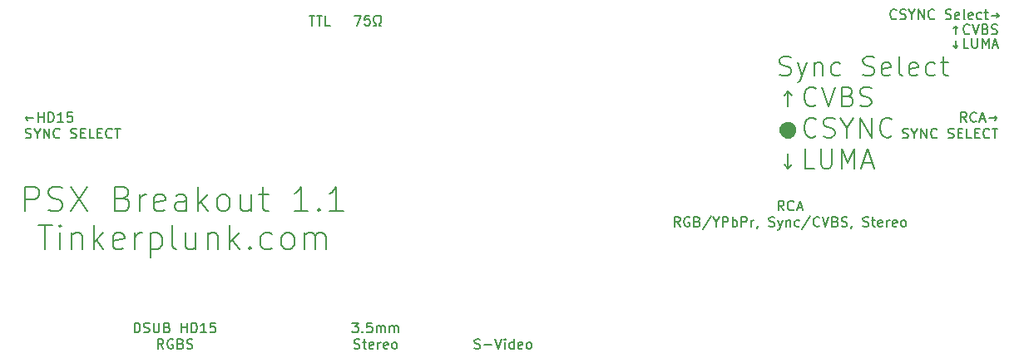
<source format=gto>
G04 #@! TF.GenerationSoftware,KiCad,Pcbnew,(5.1.0)-1*
G04 #@! TF.CreationDate,2019-06-24T23:31:03-04:00*
G04 #@! TF.ProjectId,PSX_BREAKOUT_CASE,5053585f-4252-4454-914b-4f55545f4341,rev?*
G04 #@! TF.SameCoordinates,Original*
G04 #@! TF.FileFunction,Legend,Top*
G04 #@! TF.FilePolarity,Positive*
%FSLAX46Y46*%
G04 Gerber Fmt 4.6, Leading zero omitted, Abs format (unit mm)*
G04 Created by KiCad (PCBNEW (5.1.0)-1) date 2019-06-24 23:31:03*
%MOMM*%
%LPD*%
G04 APERTURE LIST*
%ADD10C,0.150000*%
G04 APERTURE END LIST*
D10*
X167782952Y-97036380D02*
X167449619Y-96560190D01*
X167211523Y-97036380D02*
X167211523Y-96036380D01*
X167592476Y-96036380D01*
X167687714Y-96084000D01*
X167735333Y-96131619D01*
X167782952Y-96226857D01*
X167782952Y-96369714D01*
X167735333Y-96464952D01*
X167687714Y-96512571D01*
X167592476Y-96560190D01*
X167211523Y-96560190D01*
X168782952Y-96941142D02*
X168735333Y-96988761D01*
X168592476Y-97036380D01*
X168497238Y-97036380D01*
X168354380Y-96988761D01*
X168259142Y-96893523D01*
X168211523Y-96798285D01*
X168163904Y-96607809D01*
X168163904Y-96464952D01*
X168211523Y-96274476D01*
X168259142Y-96179238D01*
X168354380Y-96084000D01*
X168497238Y-96036380D01*
X168592476Y-96036380D01*
X168735333Y-96084000D01*
X168782952Y-96131619D01*
X169163904Y-96750666D02*
X169640095Y-96750666D01*
X169068666Y-97036380D02*
X169402000Y-96036380D01*
X169735333Y-97036380D01*
X157211523Y-98686380D02*
X156878190Y-98210190D01*
X156640095Y-98686380D02*
X156640095Y-97686380D01*
X157021047Y-97686380D01*
X157116285Y-97734000D01*
X157163904Y-97781619D01*
X157211523Y-97876857D01*
X157211523Y-98019714D01*
X157163904Y-98114952D01*
X157116285Y-98162571D01*
X157021047Y-98210190D01*
X156640095Y-98210190D01*
X158163904Y-97734000D02*
X158068666Y-97686380D01*
X157925809Y-97686380D01*
X157782952Y-97734000D01*
X157687714Y-97829238D01*
X157640095Y-97924476D01*
X157592476Y-98114952D01*
X157592476Y-98257809D01*
X157640095Y-98448285D01*
X157687714Y-98543523D01*
X157782952Y-98638761D01*
X157925809Y-98686380D01*
X158021047Y-98686380D01*
X158163904Y-98638761D01*
X158211523Y-98591142D01*
X158211523Y-98257809D01*
X158021047Y-98257809D01*
X158973428Y-98162571D02*
X159116285Y-98210190D01*
X159163904Y-98257809D01*
X159211523Y-98353047D01*
X159211523Y-98495904D01*
X159163904Y-98591142D01*
X159116285Y-98638761D01*
X159021047Y-98686380D01*
X158640095Y-98686380D01*
X158640095Y-97686380D01*
X158973428Y-97686380D01*
X159068666Y-97734000D01*
X159116285Y-97781619D01*
X159163904Y-97876857D01*
X159163904Y-97972095D01*
X159116285Y-98067333D01*
X159068666Y-98114952D01*
X158973428Y-98162571D01*
X158640095Y-98162571D01*
X160354380Y-97638761D02*
X159497238Y-98924476D01*
X160878190Y-98210190D02*
X160878190Y-98686380D01*
X160544857Y-97686380D02*
X160878190Y-98210190D01*
X161211523Y-97686380D01*
X161544857Y-98686380D02*
X161544857Y-97686380D01*
X161925809Y-97686380D01*
X162021047Y-97734000D01*
X162068666Y-97781619D01*
X162116285Y-97876857D01*
X162116285Y-98019714D01*
X162068666Y-98114952D01*
X162021047Y-98162571D01*
X161925809Y-98210190D01*
X161544857Y-98210190D01*
X162544857Y-98686380D02*
X162544857Y-97686380D01*
X162544857Y-98067333D02*
X162640095Y-98019714D01*
X162830571Y-98019714D01*
X162925809Y-98067333D01*
X162973428Y-98114952D01*
X163021047Y-98210190D01*
X163021047Y-98495904D01*
X162973428Y-98591142D01*
X162925809Y-98638761D01*
X162830571Y-98686380D01*
X162640095Y-98686380D01*
X162544857Y-98638761D01*
X163449619Y-98686380D02*
X163449619Y-97686380D01*
X163830571Y-97686380D01*
X163925809Y-97734000D01*
X163973428Y-97781619D01*
X164021047Y-97876857D01*
X164021047Y-98019714D01*
X163973428Y-98114952D01*
X163925809Y-98162571D01*
X163830571Y-98210190D01*
X163449619Y-98210190D01*
X164449619Y-98686380D02*
X164449619Y-98019714D01*
X164449619Y-98210190D02*
X164497238Y-98114952D01*
X164544857Y-98067333D01*
X164640095Y-98019714D01*
X164735333Y-98019714D01*
X165116285Y-98638761D02*
X165116285Y-98686380D01*
X165068666Y-98781619D01*
X165021047Y-98829238D01*
X166259142Y-98638761D02*
X166402000Y-98686380D01*
X166640095Y-98686380D01*
X166735333Y-98638761D01*
X166782952Y-98591142D01*
X166830571Y-98495904D01*
X166830571Y-98400666D01*
X166782952Y-98305428D01*
X166735333Y-98257809D01*
X166640095Y-98210190D01*
X166449619Y-98162571D01*
X166354380Y-98114952D01*
X166306761Y-98067333D01*
X166259142Y-97972095D01*
X166259142Y-97876857D01*
X166306761Y-97781619D01*
X166354380Y-97734000D01*
X166449619Y-97686380D01*
X166687714Y-97686380D01*
X166830571Y-97734000D01*
X167163904Y-98019714D02*
X167402000Y-98686380D01*
X167640095Y-98019714D02*
X167402000Y-98686380D01*
X167306761Y-98924476D01*
X167259142Y-98972095D01*
X167163904Y-99019714D01*
X168021047Y-98019714D02*
X168021047Y-98686380D01*
X168021047Y-98114952D02*
X168068666Y-98067333D01*
X168163904Y-98019714D01*
X168306761Y-98019714D01*
X168402000Y-98067333D01*
X168449619Y-98162571D01*
X168449619Y-98686380D01*
X169354380Y-98638761D02*
X169259142Y-98686380D01*
X169068666Y-98686380D01*
X168973428Y-98638761D01*
X168925809Y-98591142D01*
X168878190Y-98495904D01*
X168878190Y-98210190D01*
X168925809Y-98114952D01*
X168973428Y-98067333D01*
X169068666Y-98019714D01*
X169259142Y-98019714D01*
X169354380Y-98067333D01*
X170497238Y-97638761D02*
X169640095Y-98924476D01*
X171402000Y-98591142D02*
X171354380Y-98638761D01*
X171211523Y-98686380D01*
X171116285Y-98686380D01*
X170973428Y-98638761D01*
X170878190Y-98543523D01*
X170830571Y-98448285D01*
X170782952Y-98257809D01*
X170782952Y-98114952D01*
X170830571Y-97924476D01*
X170878190Y-97829238D01*
X170973428Y-97734000D01*
X171116285Y-97686380D01*
X171211523Y-97686380D01*
X171354380Y-97734000D01*
X171402000Y-97781619D01*
X171687714Y-97686380D02*
X172021047Y-98686380D01*
X172354380Y-97686380D01*
X173021047Y-98162571D02*
X173163904Y-98210190D01*
X173211523Y-98257809D01*
X173259142Y-98353047D01*
X173259142Y-98495904D01*
X173211523Y-98591142D01*
X173163904Y-98638761D01*
X173068666Y-98686380D01*
X172687714Y-98686380D01*
X172687714Y-97686380D01*
X173021047Y-97686380D01*
X173116285Y-97734000D01*
X173163904Y-97781619D01*
X173211523Y-97876857D01*
X173211523Y-97972095D01*
X173163904Y-98067333D01*
X173116285Y-98114952D01*
X173021047Y-98162571D01*
X172687714Y-98162571D01*
X173640095Y-98638761D02*
X173782952Y-98686380D01*
X174021047Y-98686380D01*
X174116285Y-98638761D01*
X174163904Y-98591142D01*
X174211523Y-98495904D01*
X174211523Y-98400666D01*
X174163904Y-98305428D01*
X174116285Y-98257809D01*
X174021047Y-98210190D01*
X173830571Y-98162571D01*
X173735333Y-98114952D01*
X173687714Y-98067333D01*
X173640095Y-97972095D01*
X173640095Y-97876857D01*
X173687714Y-97781619D01*
X173735333Y-97734000D01*
X173830571Y-97686380D01*
X174068666Y-97686380D01*
X174211523Y-97734000D01*
X174687714Y-98638761D02*
X174687714Y-98686380D01*
X174640095Y-98781619D01*
X174592476Y-98829238D01*
X175830571Y-98638761D02*
X175973428Y-98686380D01*
X176211523Y-98686380D01*
X176306761Y-98638761D01*
X176354380Y-98591142D01*
X176402000Y-98495904D01*
X176402000Y-98400666D01*
X176354380Y-98305428D01*
X176306761Y-98257809D01*
X176211523Y-98210190D01*
X176021047Y-98162571D01*
X175925809Y-98114952D01*
X175878190Y-98067333D01*
X175830571Y-97972095D01*
X175830571Y-97876857D01*
X175878190Y-97781619D01*
X175925809Y-97734000D01*
X176021047Y-97686380D01*
X176259142Y-97686380D01*
X176402000Y-97734000D01*
X176687714Y-98019714D02*
X177068666Y-98019714D01*
X176830571Y-97686380D02*
X176830571Y-98543523D01*
X176878190Y-98638761D01*
X176973428Y-98686380D01*
X177068666Y-98686380D01*
X177782952Y-98638761D02*
X177687714Y-98686380D01*
X177497238Y-98686380D01*
X177402000Y-98638761D01*
X177354380Y-98543523D01*
X177354380Y-98162571D01*
X177402000Y-98067333D01*
X177497238Y-98019714D01*
X177687714Y-98019714D01*
X177782952Y-98067333D01*
X177830571Y-98162571D01*
X177830571Y-98257809D01*
X177354380Y-98353047D01*
X178259142Y-98686380D02*
X178259142Y-98019714D01*
X178259142Y-98210190D02*
X178306761Y-98114952D01*
X178354380Y-98067333D01*
X178449619Y-98019714D01*
X178544857Y-98019714D01*
X179259142Y-98638761D02*
X179163904Y-98686380D01*
X178973428Y-98686380D01*
X178878190Y-98638761D01*
X178830571Y-98543523D01*
X178830571Y-98162571D01*
X178878190Y-98067333D01*
X178973428Y-98019714D01*
X179163904Y-98019714D01*
X179259142Y-98067333D01*
X179306761Y-98162571D01*
X179306761Y-98257809D01*
X178830571Y-98353047D01*
X179878190Y-98686380D02*
X179782952Y-98638761D01*
X179735333Y-98591142D01*
X179687714Y-98495904D01*
X179687714Y-98210190D01*
X179735333Y-98114952D01*
X179782952Y-98067333D01*
X179878190Y-98019714D01*
X180021047Y-98019714D01*
X180116285Y-98067333D01*
X180163904Y-98114952D01*
X180211523Y-98210190D01*
X180211523Y-98495904D01*
X180163904Y-98591142D01*
X180116285Y-98638761D01*
X180021047Y-98686380D01*
X179878190Y-98686380D01*
X136287238Y-111085261D02*
X136430095Y-111132880D01*
X136668190Y-111132880D01*
X136763428Y-111085261D01*
X136811047Y-111037642D01*
X136858666Y-110942404D01*
X136858666Y-110847166D01*
X136811047Y-110751928D01*
X136763428Y-110704309D01*
X136668190Y-110656690D01*
X136477714Y-110609071D01*
X136382476Y-110561452D01*
X136334857Y-110513833D01*
X136287238Y-110418595D01*
X136287238Y-110323357D01*
X136334857Y-110228119D01*
X136382476Y-110180500D01*
X136477714Y-110132880D01*
X136715809Y-110132880D01*
X136858666Y-110180500D01*
X137287238Y-110751928D02*
X138049142Y-110751928D01*
X138382476Y-110132880D02*
X138715809Y-111132880D01*
X139049142Y-110132880D01*
X139382476Y-111132880D02*
X139382476Y-110466214D01*
X139382476Y-110132880D02*
X139334857Y-110180500D01*
X139382476Y-110228119D01*
X139430095Y-110180500D01*
X139382476Y-110132880D01*
X139382476Y-110228119D01*
X140287238Y-111132880D02*
X140287238Y-110132880D01*
X140287238Y-111085261D02*
X140192000Y-111132880D01*
X140001523Y-111132880D01*
X139906285Y-111085261D01*
X139858666Y-111037642D01*
X139811047Y-110942404D01*
X139811047Y-110656690D01*
X139858666Y-110561452D01*
X139906285Y-110513833D01*
X140001523Y-110466214D01*
X140192000Y-110466214D01*
X140287238Y-110513833D01*
X141144380Y-111085261D02*
X141049142Y-111132880D01*
X140858666Y-111132880D01*
X140763428Y-111085261D01*
X140715809Y-110990023D01*
X140715809Y-110609071D01*
X140763428Y-110513833D01*
X140858666Y-110466214D01*
X141049142Y-110466214D01*
X141144380Y-110513833D01*
X141192000Y-110609071D01*
X141192000Y-110704309D01*
X140715809Y-110799547D01*
X141763428Y-111132880D02*
X141668190Y-111085261D01*
X141620571Y-111037642D01*
X141572952Y-110942404D01*
X141572952Y-110656690D01*
X141620571Y-110561452D01*
X141668190Y-110513833D01*
X141763428Y-110466214D01*
X141906285Y-110466214D01*
X142001523Y-110513833D01*
X142049142Y-110561452D01*
X142096761Y-110656690D01*
X142096761Y-110942404D01*
X142049142Y-111037642D01*
X142001523Y-111085261D01*
X141906285Y-111132880D01*
X141763428Y-111132880D01*
X123846047Y-108482380D02*
X124465095Y-108482380D01*
X124131761Y-108863333D01*
X124274619Y-108863333D01*
X124369857Y-108910952D01*
X124417476Y-108958571D01*
X124465095Y-109053809D01*
X124465095Y-109291904D01*
X124417476Y-109387142D01*
X124369857Y-109434761D01*
X124274619Y-109482380D01*
X123988904Y-109482380D01*
X123893666Y-109434761D01*
X123846047Y-109387142D01*
X124893666Y-109387142D02*
X124941285Y-109434761D01*
X124893666Y-109482380D01*
X124846047Y-109434761D01*
X124893666Y-109387142D01*
X124893666Y-109482380D01*
X125846047Y-108482380D02*
X125369857Y-108482380D01*
X125322238Y-108958571D01*
X125369857Y-108910952D01*
X125465095Y-108863333D01*
X125703190Y-108863333D01*
X125798428Y-108910952D01*
X125846047Y-108958571D01*
X125893666Y-109053809D01*
X125893666Y-109291904D01*
X125846047Y-109387142D01*
X125798428Y-109434761D01*
X125703190Y-109482380D01*
X125465095Y-109482380D01*
X125369857Y-109434761D01*
X125322238Y-109387142D01*
X126322238Y-109482380D02*
X126322238Y-108815714D01*
X126322238Y-108910952D02*
X126369857Y-108863333D01*
X126465095Y-108815714D01*
X126607952Y-108815714D01*
X126703190Y-108863333D01*
X126750809Y-108958571D01*
X126750809Y-109482380D01*
X126750809Y-108958571D02*
X126798428Y-108863333D01*
X126893666Y-108815714D01*
X127036523Y-108815714D01*
X127131761Y-108863333D01*
X127179380Y-108958571D01*
X127179380Y-109482380D01*
X127655571Y-109482380D02*
X127655571Y-108815714D01*
X127655571Y-108910952D02*
X127703190Y-108863333D01*
X127798428Y-108815714D01*
X127941285Y-108815714D01*
X128036523Y-108863333D01*
X128084142Y-108958571D01*
X128084142Y-109482380D01*
X128084142Y-108958571D02*
X128131761Y-108863333D01*
X128227000Y-108815714D01*
X128369857Y-108815714D01*
X128465095Y-108863333D01*
X128512714Y-108958571D01*
X128512714Y-109482380D01*
X124036523Y-111084761D02*
X124179380Y-111132380D01*
X124417476Y-111132380D01*
X124512714Y-111084761D01*
X124560333Y-111037142D01*
X124607952Y-110941904D01*
X124607952Y-110846666D01*
X124560333Y-110751428D01*
X124512714Y-110703809D01*
X124417476Y-110656190D01*
X124227000Y-110608571D01*
X124131761Y-110560952D01*
X124084142Y-110513333D01*
X124036523Y-110418095D01*
X124036523Y-110322857D01*
X124084142Y-110227619D01*
X124131761Y-110180000D01*
X124227000Y-110132380D01*
X124465095Y-110132380D01*
X124607952Y-110180000D01*
X124893666Y-110465714D02*
X125274619Y-110465714D01*
X125036523Y-110132380D02*
X125036523Y-110989523D01*
X125084142Y-111084761D01*
X125179380Y-111132380D01*
X125274619Y-111132380D01*
X125988904Y-111084761D02*
X125893666Y-111132380D01*
X125703190Y-111132380D01*
X125607952Y-111084761D01*
X125560333Y-110989523D01*
X125560333Y-110608571D01*
X125607952Y-110513333D01*
X125703190Y-110465714D01*
X125893666Y-110465714D01*
X125988904Y-110513333D01*
X126036523Y-110608571D01*
X126036523Y-110703809D01*
X125560333Y-110799047D01*
X126465095Y-111132380D02*
X126465095Y-110465714D01*
X126465095Y-110656190D02*
X126512714Y-110560952D01*
X126560333Y-110513333D01*
X126655571Y-110465714D01*
X126750809Y-110465714D01*
X127465095Y-111084761D02*
X127369857Y-111132380D01*
X127179380Y-111132380D01*
X127084142Y-111084761D01*
X127036523Y-110989523D01*
X127036523Y-110608571D01*
X127084142Y-110513333D01*
X127179380Y-110465714D01*
X127369857Y-110465714D01*
X127465095Y-110513333D01*
X127512714Y-110608571D01*
X127512714Y-110703809D01*
X127036523Y-110799047D01*
X128084142Y-111132380D02*
X127988904Y-111084761D01*
X127941285Y-111037142D01*
X127893666Y-110941904D01*
X127893666Y-110656190D01*
X127941285Y-110560952D01*
X127988904Y-110513333D01*
X128084142Y-110465714D01*
X128226999Y-110465714D01*
X128322238Y-110513333D01*
X128369857Y-110560952D01*
X128417476Y-110656190D01*
X128417476Y-110941904D01*
X128369857Y-111037142D01*
X128322238Y-111084761D01*
X128226999Y-111132380D01*
X128084142Y-111132380D01*
X101671952Y-109482380D02*
X101671952Y-108482380D01*
X101910047Y-108482380D01*
X102052904Y-108530000D01*
X102148142Y-108625238D01*
X102195761Y-108720476D01*
X102243380Y-108910952D01*
X102243380Y-109053809D01*
X102195761Y-109244285D01*
X102148142Y-109339523D01*
X102052904Y-109434761D01*
X101910047Y-109482380D01*
X101671952Y-109482380D01*
X102624333Y-109434761D02*
X102767190Y-109482380D01*
X103005285Y-109482380D01*
X103100523Y-109434761D01*
X103148142Y-109387142D01*
X103195761Y-109291904D01*
X103195761Y-109196666D01*
X103148142Y-109101428D01*
X103100523Y-109053809D01*
X103005285Y-109006190D01*
X102814809Y-108958571D01*
X102719571Y-108910952D01*
X102671952Y-108863333D01*
X102624333Y-108768095D01*
X102624333Y-108672857D01*
X102671952Y-108577619D01*
X102719571Y-108530000D01*
X102814809Y-108482380D01*
X103052904Y-108482380D01*
X103195761Y-108530000D01*
X103624333Y-108482380D02*
X103624333Y-109291904D01*
X103671952Y-109387142D01*
X103719571Y-109434761D01*
X103814809Y-109482380D01*
X104005285Y-109482380D01*
X104100523Y-109434761D01*
X104148142Y-109387142D01*
X104195761Y-109291904D01*
X104195761Y-108482380D01*
X105005285Y-108958571D02*
X105148142Y-109006190D01*
X105195761Y-109053809D01*
X105243380Y-109149047D01*
X105243380Y-109291904D01*
X105195761Y-109387142D01*
X105148142Y-109434761D01*
X105052904Y-109482380D01*
X104671952Y-109482380D01*
X104671952Y-108482380D01*
X105005285Y-108482380D01*
X105100523Y-108530000D01*
X105148142Y-108577619D01*
X105195761Y-108672857D01*
X105195761Y-108768095D01*
X105148142Y-108863333D01*
X105100523Y-108910952D01*
X105005285Y-108958571D01*
X104671952Y-108958571D01*
X106433857Y-109482380D02*
X106433857Y-108482380D01*
X106433857Y-108958571D02*
X107005285Y-108958571D01*
X107005285Y-109482380D02*
X107005285Y-108482380D01*
X107481476Y-109482380D02*
X107481476Y-108482380D01*
X107719571Y-108482380D01*
X107862428Y-108530000D01*
X107957666Y-108625238D01*
X108005285Y-108720476D01*
X108052904Y-108910952D01*
X108052904Y-109053809D01*
X108005285Y-109244285D01*
X107957666Y-109339523D01*
X107862428Y-109434761D01*
X107719571Y-109482380D01*
X107481476Y-109482380D01*
X109005285Y-109482380D02*
X108433857Y-109482380D01*
X108719571Y-109482380D02*
X108719571Y-108482380D01*
X108624333Y-108625238D01*
X108529095Y-108720476D01*
X108433857Y-108768095D01*
X109910047Y-108482380D02*
X109433857Y-108482380D01*
X109386238Y-108958571D01*
X109433857Y-108910952D01*
X109529095Y-108863333D01*
X109767190Y-108863333D01*
X109862428Y-108910952D01*
X109910047Y-108958571D01*
X109957666Y-109053809D01*
X109957666Y-109291904D01*
X109910047Y-109387142D01*
X109862428Y-109434761D01*
X109767190Y-109482380D01*
X109529095Y-109482380D01*
X109433857Y-109434761D01*
X109386238Y-109387142D01*
X104624333Y-111132380D02*
X104291000Y-110656190D01*
X104052904Y-111132380D02*
X104052904Y-110132380D01*
X104433857Y-110132380D01*
X104529095Y-110180000D01*
X104576714Y-110227619D01*
X104624333Y-110322857D01*
X104624333Y-110465714D01*
X104576714Y-110560952D01*
X104529095Y-110608571D01*
X104433857Y-110656190D01*
X104052904Y-110656190D01*
X105576714Y-110180000D02*
X105481476Y-110132380D01*
X105338619Y-110132380D01*
X105195761Y-110180000D01*
X105100523Y-110275238D01*
X105052904Y-110370476D01*
X105005285Y-110560952D01*
X105005285Y-110703809D01*
X105052904Y-110894285D01*
X105100523Y-110989523D01*
X105195761Y-111084761D01*
X105338619Y-111132380D01*
X105433857Y-111132380D01*
X105576714Y-111084761D01*
X105624333Y-111037142D01*
X105624333Y-110703809D01*
X105433857Y-110703809D01*
X106386238Y-110608571D02*
X106529095Y-110656190D01*
X106576714Y-110703809D01*
X106624333Y-110799047D01*
X106624333Y-110941904D01*
X106576714Y-111037142D01*
X106529095Y-111084761D01*
X106433857Y-111132380D01*
X106052904Y-111132380D01*
X106052904Y-110132380D01*
X106386238Y-110132380D01*
X106481476Y-110180000D01*
X106529095Y-110227619D01*
X106576714Y-110322857D01*
X106576714Y-110418095D01*
X106529095Y-110513333D01*
X106481476Y-110560952D01*
X106386238Y-110608571D01*
X106052904Y-110608571D01*
X107005285Y-111084761D02*
X107148142Y-111132380D01*
X107386238Y-111132380D01*
X107481476Y-111084761D01*
X107529095Y-111037142D01*
X107576714Y-110941904D01*
X107576714Y-110846666D01*
X107529095Y-110751428D01*
X107481476Y-110703809D01*
X107386238Y-110656190D01*
X107195761Y-110608571D01*
X107100523Y-110560952D01*
X107052904Y-110513333D01*
X107005285Y-110418095D01*
X107005285Y-110322857D01*
X107052904Y-110227619D01*
X107100523Y-110180000D01*
X107195761Y-110132380D01*
X107433857Y-110132380D01*
X107576714Y-110180000D01*
X90549047Y-97097952D02*
X90549047Y-94597952D01*
X91501428Y-94597952D01*
X91739523Y-94717000D01*
X91858571Y-94836047D01*
X91977619Y-95074142D01*
X91977619Y-95431285D01*
X91858571Y-95669380D01*
X91739523Y-95788428D01*
X91501428Y-95907476D01*
X90549047Y-95907476D01*
X92930000Y-96978904D02*
X93287142Y-97097952D01*
X93882380Y-97097952D01*
X94120476Y-96978904D01*
X94239523Y-96859857D01*
X94358571Y-96621761D01*
X94358571Y-96383666D01*
X94239523Y-96145571D01*
X94120476Y-96026523D01*
X93882380Y-95907476D01*
X93406190Y-95788428D01*
X93168095Y-95669380D01*
X93049047Y-95550333D01*
X92930000Y-95312238D01*
X92930000Y-95074142D01*
X93049047Y-94836047D01*
X93168095Y-94717000D01*
X93406190Y-94597952D01*
X94001428Y-94597952D01*
X94358571Y-94717000D01*
X95191904Y-94597952D02*
X96858571Y-97097952D01*
X96858571Y-94597952D02*
X95191904Y-97097952D01*
X100549047Y-95788428D02*
X100906190Y-95907476D01*
X101025238Y-96026523D01*
X101144285Y-96264619D01*
X101144285Y-96621761D01*
X101025238Y-96859857D01*
X100906190Y-96978904D01*
X100668095Y-97097952D01*
X99715714Y-97097952D01*
X99715714Y-94597952D01*
X100549047Y-94597952D01*
X100787142Y-94717000D01*
X100906190Y-94836047D01*
X101025238Y-95074142D01*
X101025238Y-95312238D01*
X100906190Y-95550333D01*
X100787142Y-95669380D01*
X100549047Y-95788428D01*
X99715714Y-95788428D01*
X102215714Y-97097952D02*
X102215714Y-95431285D01*
X102215714Y-95907476D02*
X102334761Y-95669380D01*
X102453809Y-95550333D01*
X102691904Y-95431285D01*
X102930000Y-95431285D01*
X104715714Y-96978904D02*
X104477619Y-97097952D01*
X104001428Y-97097952D01*
X103763333Y-96978904D01*
X103644285Y-96740809D01*
X103644285Y-95788428D01*
X103763333Y-95550333D01*
X104001428Y-95431285D01*
X104477619Y-95431285D01*
X104715714Y-95550333D01*
X104834761Y-95788428D01*
X104834761Y-96026523D01*
X103644285Y-96264619D01*
X106977619Y-97097952D02*
X106977619Y-95788428D01*
X106858571Y-95550333D01*
X106620476Y-95431285D01*
X106144285Y-95431285D01*
X105906190Y-95550333D01*
X106977619Y-96978904D02*
X106739523Y-97097952D01*
X106144285Y-97097952D01*
X105906190Y-96978904D01*
X105787142Y-96740809D01*
X105787142Y-96502714D01*
X105906190Y-96264619D01*
X106144285Y-96145571D01*
X106739523Y-96145571D01*
X106977619Y-96026523D01*
X108168095Y-97097952D02*
X108168095Y-94597952D01*
X108406190Y-96145571D02*
X109120476Y-97097952D01*
X109120476Y-95431285D02*
X108168095Y-96383666D01*
X110549047Y-97097952D02*
X110310952Y-96978904D01*
X110191904Y-96859857D01*
X110072857Y-96621761D01*
X110072857Y-95907476D01*
X110191904Y-95669380D01*
X110310952Y-95550333D01*
X110549047Y-95431285D01*
X110906190Y-95431285D01*
X111144285Y-95550333D01*
X111263333Y-95669380D01*
X111382380Y-95907476D01*
X111382380Y-96621761D01*
X111263333Y-96859857D01*
X111144285Y-96978904D01*
X110906190Y-97097952D01*
X110549047Y-97097952D01*
X113525238Y-95431285D02*
X113525238Y-97097952D01*
X112453809Y-95431285D02*
X112453809Y-96740809D01*
X112572857Y-96978904D01*
X112810952Y-97097952D01*
X113168095Y-97097952D01*
X113406190Y-96978904D01*
X113525238Y-96859857D01*
X114358571Y-95431285D02*
X115310952Y-95431285D01*
X114715714Y-94597952D02*
X114715714Y-96740809D01*
X114834761Y-96978904D01*
X115072857Y-97097952D01*
X115310952Y-97097952D01*
X119358571Y-97097952D02*
X117930000Y-97097952D01*
X118644285Y-97097952D02*
X118644285Y-94597952D01*
X118406190Y-94955095D01*
X118168095Y-95193190D01*
X117930000Y-95312238D01*
X120430000Y-96859857D02*
X120549047Y-96978904D01*
X120430000Y-97097952D01*
X120310952Y-96978904D01*
X120430000Y-96859857D01*
X120430000Y-97097952D01*
X122929999Y-97097952D02*
X121501428Y-97097952D01*
X122215714Y-97097952D02*
X122215714Y-94597952D01*
X121977619Y-94955095D01*
X121739523Y-95193190D01*
X121501428Y-95312238D01*
X91858571Y-98497952D02*
X93287142Y-98497952D01*
X92572857Y-100997952D02*
X92572857Y-98497952D01*
X94120476Y-100997952D02*
X94120476Y-99331285D01*
X94120476Y-98497952D02*
X94001428Y-98617000D01*
X94120476Y-98736047D01*
X94239523Y-98617000D01*
X94120476Y-98497952D01*
X94120476Y-98736047D01*
X95310952Y-99331285D02*
X95310952Y-100997952D01*
X95310952Y-99569380D02*
X95429999Y-99450333D01*
X95668095Y-99331285D01*
X96025238Y-99331285D01*
X96263333Y-99450333D01*
X96382380Y-99688428D01*
X96382380Y-100997952D01*
X97572857Y-100997952D02*
X97572857Y-98497952D01*
X97810952Y-100045571D02*
X98525238Y-100997952D01*
X98525238Y-99331285D02*
X97572857Y-100283666D01*
X100549047Y-100878904D02*
X100310952Y-100997952D01*
X99834761Y-100997952D01*
X99596666Y-100878904D01*
X99477619Y-100640809D01*
X99477619Y-99688428D01*
X99596666Y-99450333D01*
X99834761Y-99331285D01*
X100310952Y-99331285D01*
X100549047Y-99450333D01*
X100668095Y-99688428D01*
X100668095Y-99926523D01*
X99477619Y-100164619D01*
X101739523Y-100997952D02*
X101739523Y-99331285D01*
X101739523Y-99807476D02*
X101858571Y-99569380D01*
X101977619Y-99450333D01*
X102215714Y-99331285D01*
X102453809Y-99331285D01*
X103287142Y-99331285D02*
X103287142Y-101831285D01*
X103287142Y-99450333D02*
X103525238Y-99331285D01*
X104001428Y-99331285D01*
X104239523Y-99450333D01*
X104358571Y-99569380D01*
X104477619Y-99807476D01*
X104477619Y-100521761D01*
X104358571Y-100759857D01*
X104239523Y-100878904D01*
X104001428Y-100997952D01*
X103525238Y-100997952D01*
X103287142Y-100878904D01*
X105906190Y-100997952D02*
X105668095Y-100878904D01*
X105549047Y-100640809D01*
X105549047Y-98497952D01*
X107929999Y-99331285D02*
X107929999Y-100997952D01*
X106858571Y-99331285D02*
X106858571Y-100640809D01*
X106977619Y-100878904D01*
X107215714Y-100997952D01*
X107572857Y-100997952D01*
X107810952Y-100878904D01*
X107929999Y-100759857D01*
X109120476Y-99331285D02*
X109120476Y-100997952D01*
X109120476Y-99569380D02*
X109239523Y-99450333D01*
X109477619Y-99331285D01*
X109834761Y-99331285D01*
X110072857Y-99450333D01*
X110191904Y-99688428D01*
X110191904Y-100997952D01*
X111382380Y-100997952D02*
X111382380Y-98497952D01*
X111620476Y-100045571D02*
X112334761Y-100997952D01*
X112334761Y-99331285D02*
X111382380Y-100283666D01*
X113406190Y-100759857D02*
X113525238Y-100878904D01*
X113406190Y-100997952D01*
X113287142Y-100878904D01*
X113406190Y-100759857D01*
X113406190Y-100997952D01*
X115668095Y-100878904D02*
X115429999Y-100997952D01*
X114953809Y-100997952D01*
X114715714Y-100878904D01*
X114596666Y-100759857D01*
X114477619Y-100521761D01*
X114477619Y-99807476D01*
X114596666Y-99569380D01*
X114715714Y-99450333D01*
X114953809Y-99331285D01*
X115429999Y-99331285D01*
X115668095Y-99450333D01*
X117096666Y-100997952D02*
X116858571Y-100878904D01*
X116739523Y-100759857D01*
X116620476Y-100521761D01*
X116620476Y-99807476D01*
X116739523Y-99569380D01*
X116858571Y-99450333D01*
X117096666Y-99331285D01*
X117453809Y-99331285D01*
X117691904Y-99450333D01*
X117810952Y-99569380D01*
X117929999Y-99807476D01*
X117929999Y-100521761D01*
X117810952Y-100759857D01*
X117691904Y-100878904D01*
X117453809Y-100997952D01*
X117096666Y-100997952D01*
X119001428Y-100997952D02*
X119001428Y-99331285D01*
X119001428Y-99569380D02*
X119120476Y-99450333D01*
X119358571Y-99331285D01*
X119715714Y-99331285D01*
X119953809Y-99450333D01*
X120072857Y-99688428D01*
X120072857Y-100997952D01*
X120072857Y-99688428D02*
X120191904Y-99450333D01*
X120429999Y-99331285D01*
X120787142Y-99331285D01*
X121025238Y-99450333D01*
X121144285Y-99688428D01*
X121144285Y-100997952D01*
X124095047Y-77176380D02*
X124761714Y-77176380D01*
X124333142Y-78176380D01*
X125618857Y-77176380D02*
X125142666Y-77176380D01*
X125095047Y-77652571D01*
X125142666Y-77604952D01*
X125237904Y-77557333D01*
X125476000Y-77557333D01*
X125571238Y-77604952D01*
X125618857Y-77652571D01*
X125666476Y-77747809D01*
X125666476Y-77985904D01*
X125618857Y-78081142D01*
X125571238Y-78128761D01*
X125476000Y-78176380D01*
X125237904Y-78176380D01*
X125142666Y-78128761D01*
X125095047Y-78081142D01*
X126047428Y-78176380D02*
X126285523Y-78176380D01*
X126285523Y-77985904D01*
X126190285Y-77938285D01*
X126095047Y-77843047D01*
X126047428Y-77700190D01*
X126047428Y-77462095D01*
X126095047Y-77319238D01*
X126190285Y-77224000D01*
X126333142Y-77176380D01*
X126523619Y-77176380D01*
X126666476Y-77224000D01*
X126761714Y-77319238D01*
X126809333Y-77462095D01*
X126809333Y-77700190D01*
X126761714Y-77843047D01*
X126666476Y-77938285D01*
X126571238Y-77985904D01*
X126571238Y-78176380D01*
X126809333Y-78176380D01*
X119451571Y-77176380D02*
X120023000Y-77176380D01*
X119737285Y-78176380D02*
X119737285Y-77176380D01*
X120213476Y-77176380D02*
X120784904Y-77176380D01*
X120499190Y-78176380D02*
X120499190Y-77176380D01*
X121594428Y-78176380D02*
X121118238Y-78176380D01*
X121118238Y-77176380D01*
X167356452Y-83206523D02*
X167642166Y-83301761D01*
X168118357Y-83301761D01*
X168308833Y-83206523D01*
X168404071Y-83111285D01*
X168499309Y-82920809D01*
X168499309Y-82730333D01*
X168404071Y-82539857D01*
X168308833Y-82444619D01*
X168118357Y-82349380D01*
X167737404Y-82254142D01*
X167546928Y-82158904D01*
X167451690Y-82063666D01*
X167356452Y-81873190D01*
X167356452Y-81682714D01*
X167451690Y-81492238D01*
X167546928Y-81397000D01*
X167737404Y-81301761D01*
X168213595Y-81301761D01*
X168499309Y-81397000D01*
X169165976Y-81968428D02*
X169642166Y-83301761D01*
X170118357Y-81968428D02*
X169642166Y-83301761D01*
X169451690Y-83777952D01*
X169356452Y-83873190D01*
X169165976Y-83968428D01*
X170880261Y-81968428D02*
X170880261Y-83301761D01*
X170880261Y-82158904D02*
X170975500Y-82063666D01*
X171165976Y-81968428D01*
X171451690Y-81968428D01*
X171642166Y-82063666D01*
X171737404Y-82254142D01*
X171737404Y-83301761D01*
X173546928Y-83206523D02*
X173356452Y-83301761D01*
X172975500Y-83301761D01*
X172785023Y-83206523D01*
X172689785Y-83111285D01*
X172594547Y-82920809D01*
X172594547Y-82349380D01*
X172689785Y-82158904D01*
X172785023Y-82063666D01*
X172975500Y-81968428D01*
X173356452Y-81968428D01*
X173546928Y-82063666D01*
X175832642Y-83206523D02*
X176118357Y-83301761D01*
X176594547Y-83301761D01*
X176785023Y-83206523D01*
X176880261Y-83111285D01*
X176975500Y-82920809D01*
X176975500Y-82730333D01*
X176880261Y-82539857D01*
X176785023Y-82444619D01*
X176594547Y-82349380D01*
X176213595Y-82254142D01*
X176023119Y-82158904D01*
X175927880Y-82063666D01*
X175832642Y-81873190D01*
X175832642Y-81682714D01*
X175927880Y-81492238D01*
X176023119Y-81397000D01*
X176213595Y-81301761D01*
X176689785Y-81301761D01*
X176975500Y-81397000D01*
X178594547Y-83206523D02*
X178404071Y-83301761D01*
X178023119Y-83301761D01*
X177832642Y-83206523D01*
X177737404Y-83016047D01*
X177737404Y-82254142D01*
X177832642Y-82063666D01*
X178023119Y-81968428D01*
X178404071Y-81968428D01*
X178594547Y-82063666D01*
X178689785Y-82254142D01*
X178689785Y-82444619D01*
X177737404Y-82635095D01*
X179832642Y-83301761D02*
X179642166Y-83206523D01*
X179546928Y-83016047D01*
X179546928Y-81301761D01*
X181356452Y-83206523D02*
X181165976Y-83301761D01*
X180785023Y-83301761D01*
X180594547Y-83206523D01*
X180499309Y-83016047D01*
X180499309Y-82254142D01*
X180594547Y-82063666D01*
X180785023Y-81968428D01*
X181165976Y-81968428D01*
X181356452Y-82063666D01*
X181451690Y-82254142D01*
X181451690Y-82444619D01*
X180499309Y-82635095D01*
X183165976Y-83206523D02*
X182975500Y-83301761D01*
X182594547Y-83301761D01*
X182404071Y-83206523D01*
X182308833Y-83111285D01*
X182213595Y-82920809D01*
X182213595Y-82349380D01*
X182308833Y-82158904D01*
X182404071Y-82063666D01*
X182594547Y-81968428D01*
X182975500Y-81968428D01*
X183165976Y-82063666D01*
X183737404Y-81968428D02*
X184499309Y-81968428D01*
X184023119Y-81301761D02*
X184023119Y-83016047D01*
X184118357Y-83206523D01*
X184308833Y-83301761D01*
X184499309Y-83301761D01*
X168213595Y-86451761D02*
X168213595Y-84927952D01*
X167832642Y-85308904D02*
X168213595Y-84927952D01*
X168594547Y-85308904D01*
X171070738Y-86261285D02*
X170975500Y-86356523D01*
X170689785Y-86451761D01*
X170499309Y-86451761D01*
X170213595Y-86356523D01*
X170023119Y-86166047D01*
X169927880Y-85975571D01*
X169832642Y-85594619D01*
X169832642Y-85308904D01*
X169927880Y-84927952D01*
X170023119Y-84737476D01*
X170213595Y-84547000D01*
X170499309Y-84451761D01*
X170689785Y-84451761D01*
X170975500Y-84547000D01*
X171070738Y-84642238D01*
X171642166Y-84451761D02*
X172308833Y-86451761D01*
X172975500Y-84451761D01*
X174308833Y-85404142D02*
X174594547Y-85499380D01*
X174689785Y-85594619D01*
X174785023Y-85785095D01*
X174785023Y-86070809D01*
X174689785Y-86261285D01*
X174594547Y-86356523D01*
X174404071Y-86451761D01*
X173642166Y-86451761D01*
X173642166Y-84451761D01*
X174308833Y-84451761D01*
X174499309Y-84547000D01*
X174594547Y-84642238D01*
X174689785Y-84832714D01*
X174689785Y-85023190D01*
X174594547Y-85213666D01*
X174499309Y-85308904D01*
X174308833Y-85404142D01*
X173642166Y-85404142D01*
X175546928Y-86356523D02*
X175832642Y-86451761D01*
X176308833Y-86451761D01*
X176499309Y-86356523D01*
X176594547Y-86261285D01*
X176689785Y-86070809D01*
X176689785Y-85880333D01*
X176594547Y-85689857D01*
X176499309Y-85594619D01*
X176308833Y-85499380D01*
X175927880Y-85404142D01*
X175737404Y-85308904D01*
X175642166Y-85213666D01*
X175546928Y-85023190D01*
X175546928Y-84832714D01*
X175642166Y-84642238D01*
X175737404Y-84547000D01*
X175927880Y-84451761D01*
X176404071Y-84451761D01*
X176689785Y-84547000D01*
X167546928Y-88458904D02*
X167546928Y-89220809D01*
X167642166Y-89316047D02*
X168023119Y-89601761D01*
X167642166Y-88363666D02*
X168023119Y-88077952D01*
X167642166Y-88268428D02*
X167642166Y-89411285D01*
X167737404Y-89411285D02*
X167737404Y-88268428D01*
X167832642Y-88173190D02*
X167832642Y-89506523D01*
X167927880Y-89506523D02*
X167927880Y-88173190D01*
X168023119Y-88077952D02*
X168023119Y-89601761D01*
X168118357Y-89601761D02*
X168118357Y-88077952D01*
X168213595Y-88077952D02*
X168213595Y-89601761D01*
X168308833Y-89601761D02*
X168308833Y-88077952D01*
X168404071Y-89601761D02*
X168785023Y-89316047D01*
X168404071Y-88077952D02*
X168404071Y-89601761D01*
X168404071Y-88077952D02*
X168785023Y-88363666D01*
X168499309Y-89506523D02*
X168499309Y-88173190D01*
X168594547Y-88173190D02*
X168594547Y-89506523D01*
X168689785Y-89411285D02*
X168689785Y-88268428D01*
X168785023Y-88268428D02*
X168785023Y-89411285D01*
X168880261Y-89220809D02*
X168880261Y-88458904D01*
X168023119Y-88077952D02*
X168404071Y-88077952D01*
X168785023Y-88268428D01*
X168975500Y-88649380D01*
X168975500Y-89030333D01*
X168785023Y-89411285D01*
X168404071Y-89601761D01*
X168023119Y-89601761D01*
X167642166Y-89411285D01*
X167451690Y-89030333D01*
X167451690Y-88649380D01*
X167642166Y-88268428D01*
X168023119Y-88077952D01*
X171070738Y-89411285D02*
X170975500Y-89506523D01*
X170689785Y-89601761D01*
X170499309Y-89601761D01*
X170213595Y-89506523D01*
X170023119Y-89316047D01*
X169927880Y-89125571D01*
X169832642Y-88744619D01*
X169832642Y-88458904D01*
X169927880Y-88077952D01*
X170023119Y-87887476D01*
X170213595Y-87697000D01*
X170499309Y-87601761D01*
X170689785Y-87601761D01*
X170975500Y-87697000D01*
X171070738Y-87792238D01*
X171832642Y-89506523D02*
X172118357Y-89601761D01*
X172594547Y-89601761D01*
X172785023Y-89506523D01*
X172880261Y-89411285D01*
X172975500Y-89220809D01*
X172975500Y-89030333D01*
X172880261Y-88839857D01*
X172785023Y-88744619D01*
X172594547Y-88649380D01*
X172213595Y-88554142D01*
X172023119Y-88458904D01*
X171927880Y-88363666D01*
X171832642Y-88173190D01*
X171832642Y-87982714D01*
X171927880Y-87792238D01*
X172023119Y-87697000D01*
X172213595Y-87601761D01*
X172689785Y-87601761D01*
X172975500Y-87697000D01*
X174213595Y-88649380D02*
X174213595Y-89601761D01*
X173546928Y-87601761D02*
X174213595Y-88649380D01*
X174880261Y-87601761D01*
X175546928Y-89601761D02*
X175546928Y-87601761D01*
X176689785Y-89601761D01*
X176689785Y-87601761D01*
X178785023Y-89411285D02*
X178689785Y-89506523D01*
X178404071Y-89601761D01*
X178213595Y-89601761D01*
X177927880Y-89506523D01*
X177737404Y-89316047D01*
X177642166Y-89125571D01*
X177546928Y-88744619D01*
X177546928Y-88458904D01*
X177642166Y-88077952D01*
X177737404Y-87887476D01*
X177927880Y-87697000D01*
X178213595Y-87601761D01*
X178404071Y-87601761D01*
X178689785Y-87697000D01*
X178785023Y-87792238D01*
X168213595Y-91227952D02*
X168213595Y-92751761D01*
X168594547Y-92370809D02*
X168213595Y-92751761D01*
X167832642Y-92370809D01*
X170880261Y-92751761D02*
X169927880Y-92751761D01*
X169927880Y-90751761D01*
X171546928Y-90751761D02*
X171546928Y-92370809D01*
X171642166Y-92561285D01*
X171737404Y-92656523D01*
X171927880Y-92751761D01*
X172308833Y-92751761D01*
X172499309Y-92656523D01*
X172594547Y-92561285D01*
X172689785Y-92370809D01*
X172689785Y-90751761D01*
X173642166Y-92751761D02*
X173642166Y-90751761D01*
X174308833Y-92180333D01*
X174975500Y-90751761D01*
X174975500Y-92751761D01*
X175832642Y-92180333D02*
X176785023Y-92180333D01*
X175642166Y-92751761D02*
X176308833Y-90751761D01*
X176975500Y-92751761D01*
X186354785Y-88019380D02*
X186021452Y-87543190D01*
X185783357Y-88019380D02*
X185783357Y-87019380D01*
X186164309Y-87019380D01*
X186259547Y-87067000D01*
X186307166Y-87114619D01*
X186354785Y-87209857D01*
X186354785Y-87352714D01*
X186307166Y-87447952D01*
X186259547Y-87495571D01*
X186164309Y-87543190D01*
X185783357Y-87543190D01*
X187354785Y-87924142D02*
X187307166Y-87971761D01*
X187164309Y-88019380D01*
X187069071Y-88019380D01*
X186926214Y-87971761D01*
X186830976Y-87876523D01*
X186783357Y-87781285D01*
X186735738Y-87590809D01*
X186735738Y-87447952D01*
X186783357Y-87257476D01*
X186830976Y-87162238D01*
X186926214Y-87067000D01*
X187069071Y-87019380D01*
X187164309Y-87019380D01*
X187307166Y-87067000D01*
X187354785Y-87114619D01*
X187735738Y-87733666D02*
X188211928Y-87733666D01*
X187640500Y-88019380D02*
X187973833Y-87019380D01*
X188307166Y-88019380D01*
X188640500Y-87638428D02*
X189402404Y-87638428D01*
X189211928Y-87828904D02*
X189402404Y-87638428D01*
X189211928Y-87447952D01*
X179878595Y-89621761D02*
X180021452Y-89669380D01*
X180259547Y-89669380D01*
X180354785Y-89621761D01*
X180402404Y-89574142D01*
X180450023Y-89478904D01*
X180450023Y-89383666D01*
X180402404Y-89288428D01*
X180354785Y-89240809D01*
X180259547Y-89193190D01*
X180069071Y-89145571D01*
X179973833Y-89097952D01*
X179926214Y-89050333D01*
X179878595Y-88955095D01*
X179878595Y-88859857D01*
X179926214Y-88764619D01*
X179973833Y-88717000D01*
X180069071Y-88669380D01*
X180307166Y-88669380D01*
X180450023Y-88717000D01*
X181069071Y-89193190D02*
X181069071Y-89669380D01*
X180735738Y-88669380D02*
X181069071Y-89193190D01*
X181402404Y-88669380D01*
X181735738Y-89669380D02*
X181735738Y-88669380D01*
X182307166Y-89669380D01*
X182307166Y-88669380D01*
X183354785Y-89574142D02*
X183307166Y-89621761D01*
X183164309Y-89669380D01*
X183069071Y-89669380D01*
X182926214Y-89621761D01*
X182830976Y-89526523D01*
X182783357Y-89431285D01*
X182735738Y-89240809D01*
X182735738Y-89097952D01*
X182783357Y-88907476D01*
X182830976Y-88812238D01*
X182926214Y-88717000D01*
X183069071Y-88669380D01*
X183164309Y-88669380D01*
X183307166Y-88717000D01*
X183354785Y-88764619D01*
X184497642Y-89621761D02*
X184640500Y-89669380D01*
X184878595Y-89669380D01*
X184973833Y-89621761D01*
X185021452Y-89574142D01*
X185069071Y-89478904D01*
X185069071Y-89383666D01*
X185021452Y-89288428D01*
X184973833Y-89240809D01*
X184878595Y-89193190D01*
X184688119Y-89145571D01*
X184592880Y-89097952D01*
X184545261Y-89050333D01*
X184497642Y-88955095D01*
X184497642Y-88859857D01*
X184545261Y-88764619D01*
X184592880Y-88717000D01*
X184688119Y-88669380D01*
X184926214Y-88669380D01*
X185069071Y-88717000D01*
X185497642Y-89145571D02*
X185830976Y-89145571D01*
X185973833Y-89669380D02*
X185497642Y-89669380D01*
X185497642Y-88669380D01*
X185973833Y-88669380D01*
X186878595Y-89669380D02*
X186402404Y-89669380D01*
X186402404Y-88669380D01*
X187211928Y-89145571D02*
X187545261Y-89145571D01*
X187688119Y-89669380D02*
X187211928Y-89669380D01*
X187211928Y-88669380D01*
X187688119Y-88669380D01*
X188688119Y-89574142D02*
X188640500Y-89621761D01*
X188497642Y-89669380D01*
X188402404Y-89669380D01*
X188259547Y-89621761D01*
X188164309Y-89526523D01*
X188116690Y-89431285D01*
X188069071Y-89240809D01*
X188069071Y-89097952D01*
X188116690Y-88907476D01*
X188164309Y-88812238D01*
X188259547Y-88717000D01*
X188402404Y-88669380D01*
X188497642Y-88669380D01*
X188640500Y-88717000D01*
X188688119Y-88764619D01*
X188973833Y-88669380D02*
X189545261Y-88669380D01*
X189259547Y-89669380D02*
X189259547Y-88669380D01*
X91394500Y-87638428D02*
X90632595Y-87638428D01*
X90823071Y-87828904D02*
X90632595Y-87638428D01*
X90823071Y-87447952D01*
X91870690Y-88019380D02*
X91870690Y-87019380D01*
X91870690Y-87495571D02*
X92442119Y-87495571D01*
X92442119Y-88019380D02*
X92442119Y-87019380D01*
X92918309Y-88019380D02*
X92918309Y-87019380D01*
X93156404Y-87019380D01*
X93299261Y-87067000D01*
X93394500Y-87162238D01*
X93442119Y-87257476D01*
X93489738Y-87447952D01*
X93489738Y-87590809D01*
X93442119Y-87781285D01*
X93394500Y-87876523D01*
X93299261Y-87971761D01*
X93156404Y-88019380D01*
X92918309Y-88019380D01*
X94442119Y-88019380D02*
X93870690Y-88019380D01*
X94156404Y-88019380D02*
X94156404Y-87019380D01*
X94061166Y-87162238D01*
X93965928Y-87257476D01*
X93870690Y-87305095D01*
X95346880Y-87019380D02*
X94870690Y-87019380D01*
X94823071Y-87495571D01*
X94870690Y-87447952D01*
X94965928Y-87400333D01*
X95204023Y-87400333D01*
X95299261Y-87447952D01*
X95346880Y-87495571D01*
X95394500Y-87590809D01*
X95394500Y-87828904D01*
X95346880Y-87924142D01*
X95299261Y-87971761D01*
X95204023Y-88019380D01*
X94965928Y-88019380D01*
X94870690Y-87971761D01*
X94823071Y-87924142D01*
X90584976Y-89621761D02*
X90727833Y-89669380D01*
X90965928Y-89669380D01*
X91061166Y-89621761D01*
X91108785Y-89574142D01*
X91156404Y-89478904D01*
X91156404Y-89383666D01*
X91108785Y-89288428D01*
X91061166Y-89240809D01*
X90965928Y-89193190D01*
X90775452Y-89145571D01*
X90680214Y-89097952D01*
X90632595Y-89050333D01*
X90584976Y-88955095D01*
X90584976Y-88859857D01*
X90632595Y-88764619D01*
X90680214Y-88717000D01*
X90775452Y-88669380D01*
X91013547Y-88669380D01*
X91156404Y-88717000D01*
X91775452Y-89193190D02*
X91775452Y-89669380D01*
X91442119Y-88669380D02*
X91775452Y-89193190D01*
X92108785Y-88669380D01*
X92442119Y-89669380D02*
X92442119Y-88669380D01*
X93013547Y-89669380D01*
X93013547Y-88669380D01*
X94061166Y-89574142D02*
X94013547Y-89621761D01*
X93870690Y-89669380D01*
X93775452Y-89669380D01*
X93632595Y-89621761D01*
X93537357Y-89526523D01*
X93489738Y-89431285D01*
X93442119Y-89240809D01*
X93442119Y-89097952D01*
X93489738Y-88907476D01*
X93537357Y-88812238D01*
X93632595Y-88717000D01*
X93775452Y-88669380D01*
X93870690Y-88669380D01*
X94013547Y-88717000D01*
X94061166Y-88764619D01*
X95204023Y-89621761D02*
X95346880Y-89669380D01*
X95584976Y-89669380D01*
X95680214Y-89621761D01*
X95727833Y-89574142D01*
X95775452Y-89478904D01*
X95775452Y-89383666D01*
X95727833Y-89288428D01*
X95680214Y-89240809D01*
X95584976Y-89193190D01*
X95394500Y-89145571D01*
X95299261Y-89097952D01*
X95251642Y-89050333D01*
X95204023Y-88955095D01*
X95204023Y-88859857D01*
X95251642Y-88764619D01*
X95299261Y-88717000D01*
X95394500Y-88669380D01*
X95632595Y-88669380D01*
X95775452Y-88717000D01*
X96204023Y-89145571D02*
X96537357Y-89145571D01*
X96680214Y-89669380D02*
X96204023Y-89669380D01*
X96204023Y-88669380D01*
X96680214Y-88669380D01*
X97584976Y-89669380D02*
X97108785Y-89669380D01*
X97108785Y-88669380D01*
X97918309Y-89145571D02*
X98251642Y-89145571D01*
X98394500Y-89669380D02*
X97918309Y-89669380D01*
X97918309Y-88669380D01*
X98394500Y-88669380D01*
X99394500Y-89574142D02*
X99346880Y-89621761D01*
X99204023Y-89669380D01*
X99108785Y-89669380D01*
X98965928Y-89621761D01*
X98870690Y-89526523D01*
X98823071Y-89431285D01*
X98775452Y-89240809D01*
X98775452Y-89097952D01*
X98823071Y-88907476D01*
X98870690Y-88812238D01*
X98965928Y-88717000D01*
X99108785Y-88669380D01*
X99204023Y-88669380D01*
X99346880Y-88717000D01*
X99394500Y-88764619D01*
X99680214Y-88669380D02*
X100251642Y-88669380D01*
X99965928Y-89669380D02*
X99965928Y-88669380D01*
X185247547Y-79700476D02*
X185247547Y-80462380D01*
X185438023Y-80271904D02*
X185247547Y-80462380D01*
X185057071Y-80271904D01*
X186580880Y-80462380D02*
X186104690Y-80462380D01*
X186104690Y-79462380D01*
X186914214Y-79462380D02*
X186914214Y-80271904D01*
X186961833Y-80367142D01*
X187009452Y-80414761D01*
X187104690Y-80462380D01*
X187295166Y-80462380D01*
X187390404Y-80414761D01*
X187438023Y-80367142D01*
X187485642Y-80271904D01*
X187485642Y-79462380D01*
X187961833Y-80462380D02*
X187961833Y-79462380D01*
X188295166Y-80176666D01*
X188628500Y-79462380D01*
X188628500Y-80462380D01*
X189057071Y-80176666D02*
X189533261Y-80176666D01*
X188961833Y-80462380D02*
X189295166Y-79462380D01*
X189628500Y-80462380D01*
X179221428Y-77446142D02*
X179173809Y-77493761D01*
X179030952Y-77541380D01*
X178935714Y-77541380D01*
X178792857Y-77493761D01*
X178697619Y-77398523D01*
X178650000Y-77303285D01*
X178602380Y-77112809D01*
X178602380Y-76969952D01*
X178650000Y-76779476D01*
X178697619Y-76684238D01*
X178792857Y-76589000D01*
X178935714Y-76541380D01*
X179030952Y-76541380D01*
X179173809Y-76589000D01*
X179221428Y-76636619D01*
X179602380Y-77493761D02*
X179745238Y-77541380D01*
X179983333Y-77541380D01*
X180078571Y-77493761D01*
X180126190Y-77446142D01*
X180173809Y-77350904D01*
X180173809Y-77255666D01*
X180126190Y-77160428D01*
X180078571Y-77112809D01*
X179983333Y-77065190D01*
X179792857Y-77017571D01*
X179697619Y-76969952D01*
X179650000Y-76922333D01*
X179602380Y-76827095D01*
X179602380Y-76731857D01*
X179650000Y-76636619D01*
X179697619Y-76589000D01*
X179792857Y-76541380D01*
X180030952Y-76541380D01*
X180173809Y-76589000D01*
X180792857Y-77065190D02*
X180792857Y-77541380D01*
X180459523Y-76541380D02*
X180792857Y-77065190D01*
X181126190Y-76541380D01*
X181459523Y-77541380D02*
X181459523Y-76541380D01*
X182030952Y-77541380D01*
X182030952Y-76541380D01*
X183078571Y-77446142D02*
X183030952Y-77493761D01*
X182888095Y-77541380D01*
X182792857Y-77541380D01*
X182650000Y-77493761D01*
X182554761Y-77398523D01*
X182507142Y-77303285D01*
X182459523Y-77112809D01*
X182459523Y-76969952D01*
X182507142Y-76779476D01*
X182554761Y-76684238D01*
X182650000Y-76589000D01*
X182792857Y-76541380D01*
X182888095Y-76541380D01*
X183030952Y-76589000D01*
X183078571Y-76636619D01*
X184221428Y-77493761D02*
X184364285Y-77541380D01*
X184602380Y-77541380D01*
X184697619Y-77493761D01*
X184745238Y-77446142D01*
X184792857Y-77350904D01*
X184792857Y-77255666D01*
X184745238Y-77160428D01*
X184697619Y-77112809D01*
X184602380Y-77065190D01*
X184411904Y-77017571D01*
X184316666Y-76969952D01*
X184269047Y-76922333D01*
X184221428Y-76827095D01*
X184221428Y-76731857D01*
X184269047Y-76636619D01*
X184316666Y-76589000D01*
X184411904Y-76541380D01*
X184650000Y-76541380D01*
X184792857Y-76589000D01*
X185602380Y-77493761D02*
X185507142Y-77541380D01*
X185316666Y-77541380D01*
X185221428Y-77493761D01*
X185173809Y-77398523D01*
X185173809Y-77017571D01*
X185221428Y-76922333D01*
X185316666Y-76874714D01*
X185507142Y-76874714D01*
X185602380Y-76922333D01*
X185650000Y-77017571D01*
X185650000Y-77112809D01*
X185173809Y-77208047D01*
X186221428Y-77541380D02*
X186126190Y-77493761D01*
X186078571Y-77398523D01*
X186078571Y-76541380D01*
X186983333Y-77493761D02*
X186888095Y-77541380D01*
X186697619Y-77541380D01*
X186602380Y-77493761D01*
X186554761Y-77398523D01*
X186554761Y-77017571D01*
X186602380Y-76922333D01*
X186697619Y-76874714D01*
X186888095Y-76874714D01*
X186983333Y-76922333D01*
X187030952Y-77017571D01*
X187030952Y-77112809D01*
X186554761Y-77208047D01*
X187888095Y-77493761D02*
X187792857Y-77541380D01*
X187602380Y-77541380D01*
X187507142Y-77493761D01*
X187459523Y-77446142D01*
X187411904Y-77350904D01*
X187411904Y-77065190D01*
X187459523Y-76969952D01*
X187507142Y-76922333D01*
X187602380Y-76874714D01*
X187792857Y-76874714D01*
X187888095Y-76922333D01*
X188173809Y-76874714D02*
X188554761Y-76874714D01*
X188316666Y-76541380D02*
X188316666Y-77398523D01*
X188364285Y-77493761D01*
X188459523Y-77541380D01*
X188554761Y-77541380D01*
X188888095Y-77160428D02*
X189650000Y-77160428D01*
X189459523Y-77350904D02*
X189650000Y-77160428D01*
X189459523Y-76969952D01*
X185247547Y-79065380D02*
X185247547Y-78303476D01*
X185057071Y-78493952D02*
X185247547Y-78303476D01*
X185438023Y-78493952D01*
X186676119Y-78970142D02*
X186628500Y-79017761D01*
X186485642Y-79065380D01*
X186390404Y-79065380D01*
X186247547Y-79017761D01*
X186152309Y-78922523D01*
X186104690Y-78827285D01*
X186057071Y-78636809D01*
X186057071Y-78493952D01*
X186104690Y-78303476D01*
X186152309Y-78208238D01*
X186247547Y-78113000D01*
X186390404Y-78065380D01*
X186485642Y-78065380D01*
X186628500Y-78113000D01*
X186676119Y-78160619D01*
X186961833Y-78065380D02*
X187295166Y-79065380D01*
X187628500Y-78065380D01*
X188295166Y-78541571D02*
X188438023Y-78589190D01*
X188485642Y-78636809D01*
X188533261Y-78732047D01*
X188533261Y-78874904D01*
X188485642Y-78970142D01*
X188438023Y-79017761D01*
X188342785Y-79065380D01*
X187961833Y-79065380D01*
X187961833Y-78065380D01*
X188295166Y-78065380D01*
X188390404Y-78113000D01*
X188438023Y-78160619D01*
X188485642Y-78255857D01*
X188485642Y-78351095D01*
X188438023Y-78446333D01*
X188390404Y-78493952D01*
X188295166Y-78541571D01*
X187961833Y-78541571D01*
X188914214Y-79017761D02*
X189057071Y-79065380D01*
X189295166Y-79065380D01*
X189390404Y-79017761D01*
X189438023Y-78970142D01*
X189485642Y-78874904D01*
X189485642Y-78779666D01*
X189438023Y-78684428D01*
X189390404Y-78636809D01*
X189295166Y-78589190D01*
X189104690Y-78541571D01*
X189009452Y-78493952D01*
X188961833Y-78446333D01*
X188914214Y-78351095D01*
X188914214Y-78255857D01*
X188961833Y-78160619D01*
X189009452Y-78113000D01*
X189104690Y-78065380D01*
X189342785Y-78065380D01*
X189485642Y-78113000D01*
M02*

</source>
